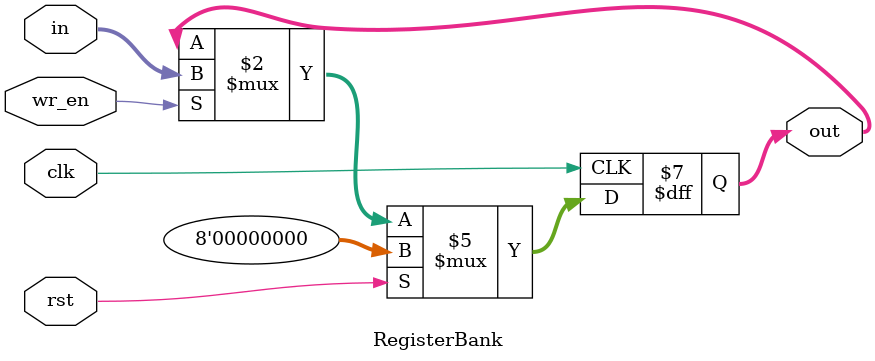
<source format=sv>
`timescale 10ns/1ns

module RegisterBank
#(
    parameter WIDTH = 8
)
(
    input                       clk,
    input                       rst,
    input                       wr_en,
    input [WIDTH-1:0]           in,
    output logic [WIDTH-1:0]    out
);

    always @(posedge clk) begin
        if (rst) begin
            out <= '0;
        end
        else if (wr_en) begin
            out <= in;
        end
    end

endmodule

</source>
